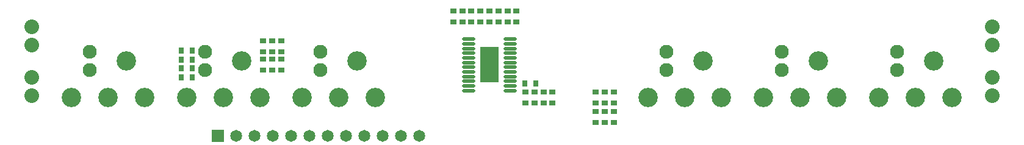
<source format=gbs>
G04 Layer_Color=16711935*
%FSLAX25Y25*%
%MOIN*%
G70*
G01*
G75*
%ADD27C,0.08000*%
%ADD28C,0.06506*%
%ADD29R,0.06506X0.06506*%
%ADD30C,0.07600*%
%ADD31C,0.10600*%
%ADD32C,0.00600*%
G04:AMPARAMS|DCode=33|XSize=36mil|YSize=28mil|CornerRadius=8.5mil|HoleSize=0mil|Usage=FLASHONLY|Rotation=270.000|XOffset=0mil|YOffset=0mil|HoleType=Round|Shape=RoundedRectangle|*
%AMROUNDEDRECTD33*
21,1,0.03600,0.01100,0,0,270.0*
21,1,0.01900,0.02800,0,0,270.0*
1,1,0.01700,-0.00550,-0.00950*
1,1,0.01700,-0.00550,0.00950*
1,1,0.01700,0.00550,0.00950*
1,1,0.01700,0.00550,-0.00950*
%
%ADD33ROUNDEDRECTD33*%
G04:AMPARAMS|DCode=34|XSize=36mil|YSize=28mil|CornerRadius=8.5mil|HoleSize=0mil|Usage=FLASHONLY|Rotation=0.000|XOffset=0mil|YOffset=0mil|HoleType=Round|Shape=RoundedRectangle|*
%AMROUNDEDRECTD34*
21,1,0.03600,0.01100,0,0,0.0*
21,1,0.01900,0.02800,0,0,0.0*
1,1,0.01700,0.00950,-0.00550*
1,1,0.01700,-0.00950,-0.00550*
1,1,0.01700,-0.00950,0.00550*
1,1,0.01700,0.00950,0.00550*
%
%ADD34ROUNDEDRECTD34*%
%ADD35R,0.10049X0.19773*%
%ADD36O,0.07293X0.01978*%
D27*
X632874Y164449D02*
D03*
Y154449D02*
D03*
Y126890D02*
D03*
Y136890D02*
D03*
X108268Y164449D02*
D03*
Y154449D02*
D03*
Y126890D02*
D03*
Y136890D02*
D03*
D28*
X320000Y105000D02*
D03*
X310000D02*
D03*
X300000D02*
D03*
X290000D02*
D03*
X280000D02*
D03*
X270000D02*
D03*
X260000D02*
D03*
X250000D02*
D03*
X240000D02*
D03*
X230000D02*
D03*
X220000D02*
D03*
D29*
X210000D02*
D03*
D30*
X139921Y140984D02*
D03*
Y150984D02*
D03*
X202913Y140984D02*
D03*
Y150984D02*
D03*
X265905Y140984D02*
D03*
Y150984D02*
D03*
X454882Y140984D02*
D03*
Y150984D02*
D03*
X517874Y140984D02*
D03*
Y150984D02*
D03*
X580866Y140984D02*
D03*
Y150984D02*
D03*
D31*
X159921Y145984D02*
D03*
X169921Y125984D02*
D03*
X149921D02*
D03*
X129921D02*
D03*
X222913Y145984D02*
D03*
X232913Y125984D02*
D03*
X212913D02*
D03*
X192913D02*
D03*
X285906Y145984D02*
D03*
X295905Y125984D02*
D03*
X275905D02*
D03*
X255906D02*
D03*
X474882Y145984D02*
D03*
X484882Y125984D02*
D03*
X464882D02*
D03*
X444882D02*
D03*
X537874Y145984D02*
D03*
X547874Y125984D02*
D03*
X527874D02*
D03*
X507874D02*
D03*
X600866Y145984D02*
D03*
X610866Y125984D02*
D03*
X590866D02*
D03*
X570866D02*
D03*
D32*
X421260Y142717D02*
D03*
X318898D02*
D03*
X631890Y177165D02*
D03*
Y110236D02*
D03*
X110236D02*
D03*
Y177165D02*
D03*
D33*
X377709Y133465D02*
D03*
X383709D02*
D03*
X189913Y151575D02*
D03*
X195913D02*
D03*
X189913Y146653D02*
D03*
X195913D02*
D03*
X189913Y141732D02*
D03*
X195913D02*
D03*
X189913Y136811D02*
D03*
X195913D02*
D03*
D34*
X373048Y167241D02*
D03*
Y173241D02*
D03*
X368126Y167241D02*
D03*
Y173241D02*
D03*
X363205Y167241D02*
D03*
Y173241D02*
D03*
X358283Y167241D02*
D03*
Y173241D02*
D03*
X353362Y167241D02*
D03*
Y173241D02*
D03*
X348441Y167241D02*
D03*
Y173241D02*
D03*
X343520Y167241D02*
D03*
Y173241D02*
D03*
X338598Y167241D02*
D03*
Y173241D02*
D03*
X234646Y150835D02*
D03*
Y156835D02*
D03*
X239567Y150787D02*
D03*
Y156787D02*
D03*
X244488Y150787D02*
D03*
Y156787D02*
D03*
X234646Y140835D02*
D03*
Y146835D02*
D03*
X239567Y140945D02*
D03*
Y146945D02*
D03*
X244488Y140945D02*
D03*
Y146945D02*
D03*
X416339Y112157D02*
D03*
Y118157D02*
D03*
X426181Y112157D02*
D03*
Y118157D02*
D03*
X416339Y122984D02*
D03*
Y128984D02*
D03*
X421260Y122984D02*
D03*
Y128984D02*
D03*
X426181Y122984D02*
D03*
Y128984D02*
D03*
X377953Y122984D02*
D03*
Y128984D02*
D03*
X382874Y122984D02*
D03*
Y128984D02*
D03*
X387795Y122984D02*
D03*
Y128984D02*
D03*
X392717Y122984D02*
D03*
Y128984D02*
D03*
X421260Y112157D02*
D03*
Y118157D02*
D03*
D35*
X358268Y143701D02*
D03*
D36*
X369488Y157776D02*
D03*
Y155217D02*
D03*
Y152657D02*
D03*
Y150098D02*
D03*
Y147539D02*
D03*
Y144980D02*
D03*
Y142421D02*
D03*
Y139862D02*
D03*
Y137303D02*
D03*
Y134744D02*
D03*
Y132185D02*
D03*
Y129626D02*
D03*
X347047Y157776D02*
D03*
Y155217D02*
D03*
Y152657D02*
D03*
Y150098D02*
D03*
Y147539D02*
D03*
Y144980D02*
D03*
Y142421D02*
D03*
Y139862D02*
D03*
Y137303D02*
D03*
Y134744D02*
D03*
Y132185D02*
D03*
Y129626D02*
D03*
M02*

</source>
